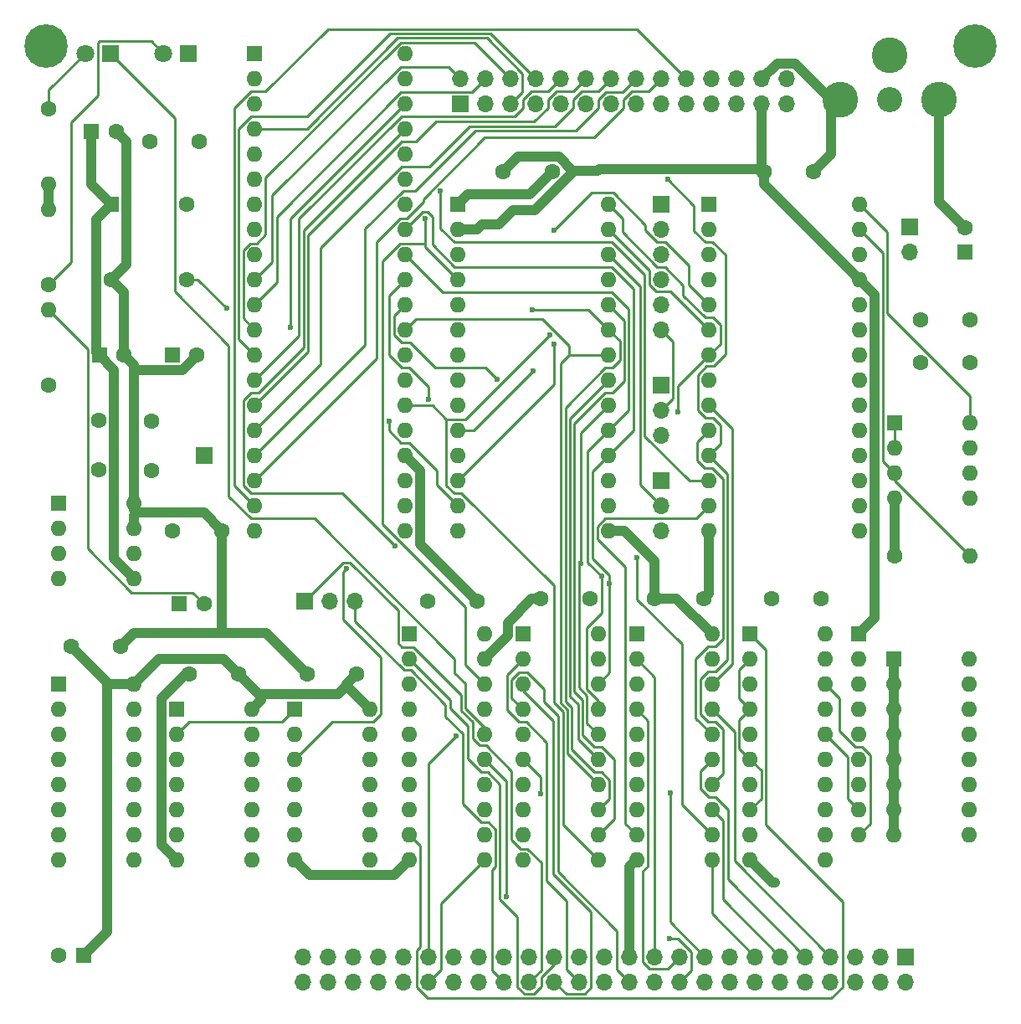
<source format=gbr>
%TF.GenerationSoftware,KiCad,Pcbnew,(6.0.4-0)*%
%TF.CreationDate,2022-09-18T19:18:21-04:00*%
%TF.ProjectId,Z80-6502IO,5a38302d-3635-4303-9249-4f2e6b696361,rev?*%
%TF.SameCoordinates,Original*%
%TF.FileFunction,Copper,L2,Bot*%
%TF.FilePolarity,Positive*%
%FSLAX46Y46*%
G04 Gerber Fmt 4.6, Leading zero omitted, Abs format (unit mm)*
G04 Created by KiCad (PCBNEW (6.0.4-0)) date 2022-09-18 19:18:21*
%MOMM*%
%LPD*%
G01*
G04 APERTURE LIST*
%TA.AperFunction,ComponentPad*%
%ADD10R,1.700000X1.700000*%
%TD*%
%TA.AperFunction,ComponentPad*%
%ADD11C,1.600000*%
%TD*%
%TA.AperFunction,ComponentPad*%
%ADD12O,1.700000X1.700000*%
%TD*%
%TA.AperFunction,ComponentPad*%
%ADD13O,1.600000X1.600000*%
%TD*%
%TA.AperFunction,ComponentPad*%
%ADD14R,1.600000X1.600000*%
%TD*%
%TA.AperFunction,ComponentPad*%
%ADD15C,3.616000*%
%TD*%
%TA.AperFunction,ComponentPad*%
%ADD16C,2.550000*%
%TD*%
%TA.AperFunction,ComponentPad*%
%ADD17C,4.399999*%
%TD*%
%TA.AperFunction,ComponentPad*%
%ADD18C,4.400000*%
%TD*%
%TA.AperFunction,ComponentPad*%
%ADD19C,1.800000*%
%TD*%
%TA.AperFunction,ComponentPad*%
%ADD20R,1.800000X1.800000*%
%TD*%
%TA.AperFunction,ViaPad*%
%ADD21C,0.600000*%
%TD*%
%TA.AperFunction,Conductor*%
%ADD22C,1.000000*%
%TD*%
%TA.AperFunction,Conductor*%
%ADD23C,0.250000*%
%TD*%
G04 APERTURE END LIST*
D10*
%TO.P,P1,1*%
%TO.N,SLAVE_CLK*%
X64008000Y-90424000D03*
%TD*%
D11*
%TO.P,C21,2*%
%TO.N,GND*%
X125650000Y-61722000D03*
%TO.P,C21,1*%
%TO.N,VCC*%
X120650000Y-61722000D03*
%TD*%
%TO.P,C20,2*%
%TO.N,GND*%
X99234000Y-61722000D03*
%TO.P,C20,1*%
%TO.N,VCC*%
X94234000Y-61722000D03*
%TD*%
%TO.P,C19,2*%
%TO.N,GND*%
X65786000Y-98044000D03*
%TO.P,C19,1*%
%TO.N,VCC*%
X60786000Y-98044000D03*
%TD*%
D12*
%TO.P,P5,28*%
%TO.N,N/C*%
X122936000Y-52324000D03*
%TO.P,P5,27*%
X122936000Y-54864000D03*
%TO.P,P5,26*%
%TO.N,GND*%
X120396000Y-52324000D03*
%TO.P,P5,25*%
%TO.N,VCC*%
X120396000Y-54864000D03*
%TO.P,P5,24*%
%TO.N,Net-(P5-Pad24)*%
X117856000Y-52324000D03*
%TO.P,P5,23*%
%TO.N,Net-(P5-Pad23)*%
X117856000Y-54864000D03*
%TO.P,P5,22*%
%TO.N,Net-(P5-Pad22)*%
X115316000Y-52324000D03*
%TO.P,P5,21*%
%TO.N,Net-(P5-Pad21)*%
X115316000Y-54864000D03*
%TO.P,P5,20*%
%TO.N,CB2*%
X112776000Y-52324000D03*
%TO.P,P5,19*%
%TO.N,CA2*%
X112776000Y-54864000D03*
%TO.P,P5,18*%
%TO.N,CB1*%
X110236000Y-52324000D03*
%TO.P,P5,17*%
%TO.N,CA1*%
X110236000Y-54864000D03*
%TO.P,P5,16*%
%TO.N,PB7*%
X107696000Y-52324000D03*
%TO.P,P5,15*%
%TO.N,PA7*%
X107696000Y-54864000D03*
%TO.P,P5,14*%
%TO.N,PB6*%
X105156000Y-52324000D03*
%TO.P,P5,13*%
%TO.N,PA6*%
X105156000Y-54864000D03*
%TO.P,P5,12*%
%TO.N,PB5*%
X102616000Y-52324000D03*
%TO.P,P5,11*%
%TO.N,PA5*%
X102616000Y-54864000D03*
%TO.P,P5,10*%
%TO.N,PB4*%
X100076000Y-52324000D03*
%TO.P,P5,9*%
%TO.N,PA4*%
X100076000Y-54864000D03*
%TO.P,P5,8*%
%TO.N,PB3*%
X97536000Y-52324000D03*
%TO.P,P5,7*%
%TO.N,PA3*%
X97536000Y-54864000D03*
%TO.P,P5,6*%
%TO.N,PB2*%
X94996000Y-52324000D03*
%TO.P,P5,5*%
%TO.N,PA2*%
X94996000Y-54864000D03*
%TO.P,P5,4*%
%TO.N,PB1*%
X92456000Y-52324000D03*
%TO.P,P5,3*%
%TO.N,PA1*%
X92456000Y-54864000D03*
%TO.P,P5,2*%
%TO.N,PB0*%
X89916000Y-52324000D03*
D10*
%TO.P,P5,1*%
%TO.N,PA0*%
X89916000Y-54864000D03*
%TD*%
D11*
%TO.P,C1,2*%
%TO.N,GND*%
X55546000Y-109728000D03*
%TO.P,C1,1*%
%TO.N,VCC*%
X50546000Y-109728000D03*
%TD*%
D13*
%TO.P,U7,20*%
%TO.N,VCC*%
X126850000Y-108460000D03*
%TO.P,U7,10*%
%TO.N,GND*%
X119230000Y-131320000D03*
%TO.P,U7,19*%
%TO.N,BOARD_CS#*%
X126850000Y-111000000D03*
%TO.P,U7,9*%
%TO.N,Net-(RR1-Pad5)*%
X119230000Y-128780000D03*
%TO.P,U7,18*%
%TO.N,Net-(RR1-Pad9)*%
X126850000Y-113540000D03*
%TO.P,U7,8*%
%TO.N,bM1#*%
X119230000Y-126240000D03*
%TO.P,U7,17*%
%TO.N,bA7*%
X126850000Y-116080000D03*
%TO.P,U7,7*%
%TO.N,Net-(RR1-Pad4)*%
X119230000Y-123700000D03*
%TO.P,U7,16*%
%TO.N,Net-(RR1-Pad8)*%
X126850000Y-118620000D03*
%TO.P,U7,6*%
%TO.N,bM1#*%
X119230000Y-121160000D03*
%TO.P,U7,15*%
%TO.N,bA6*%
X126850000Y-121160000D03*
%TO.P,U7,5*%
%TO.N,Net-(RR1-Pad3)*%
X119230000Y-118620000D03*
%TO.P,U7,14*%
%TO.N,Net-(RR1-Pad7)*%
X126850000Y-123700000D03*
%TO.P,U7,4*%
%TO.N,bM1#*%
X119230000Y-116080000D03*
%TO.P,U7,13*%
X126850000Y-126240000D03*
%TO.P,U7,3*%
%TO.N,Net-(RR1-Pad2)*%
X119230000Y-113540000D03*
%TO.P,U7,12*%
%TO.N,Net-(RR1-Pad6)*%
X126850000Y-128780000D03*
%TO.P,U7,2*%
%TO.N,bM1#*%
X119230000Y-111000000D03*
%TO.P,U7,11*%
X126850000Y-131320000D03*
D14*
%TO.P,U7,1*%
%TO.N,/688SEL#*%
X119230000Y-108460000D03*
%TD*%
D13*
%TO.P,U12,8*%
%TO.N,+12V*%
X141478000Y-87122000D03*
%TO.P,U12,4*%
%TO.N,GND*%
X133858000Y-94742000D03*
%TO.P,U12,7*%
%TO.N,N/C*%
X141478000Y-89662000D03*
%TO.P,U12,3*%
%TO.N,Net-(R3-Pad2)*%
X133858000Y-92202000D03*
%TO.P,U12,6*%
%TO.N,N/C*%
X141478000Y-92202000D03*
%TO.P,U12,2*%
%TO.N,Net-(C18-Pad1)*%
X133858000Y-89662000D03*
%TO.P,U12,5*%
%TO.N,N/C*%
X141478000Y-94742000D03*
D14*
%TO.P,U12,1*%
%TO.N,Net-(C18-Pad1)*%
X133858000Y-87122000D03*
%TD*%
D13*
%TO.P,U11,8*%
%TO.N,GND*%
X56896000Y-95250000D03*
%TO.P,U11,4*%
%TO.N,Net-(C13-Pad1)*%
X49276000Y-102870000D03*
%TO.P,U11,7*%
%TO.N,GND*%
X56896000Y-97790000D03*
%TO.P,U11,3*%
%TO.N,Net-(C13-Pad2)*%
X49276000Y-100330000D03*
%TO.P,U11,6*%
%TO.N,+12V*%
X56896000Y-100330000D03*
%TO.P,U11,2*%
%TO.N,Net-(C12-Pad1)*%
X49276000Y-97790000D03*
%TO.P,U11,5*%
%TO.N,VCC*%
X56896000Y-102870000D03*
D14*
%TO.P,U11,1*%
%TO.N,Net-(C12-Pad2)*%
X49276000Y-95250000D03*
%TD*%
D13*
%TO.P,U10,28*%
%TO.N,+12V*%
X130302000Y-65024000D03*
%TO.P,U10,14*%
%TO.N,GND*%
X115062000Y-98044000D03*
%TO.P,U10,27*%
%TO.N,Net-(R3-Pad2)*%
X130302000Y-67564000D03*
%TO.P,U10,13*%
%TO.N,bA4*%
X115062000Y-95504000D03*
%TO.P,U10,26*%
%TO.N,Net-(U10-Pad26)*%
X130302000Y-70104000D03*
%TO.P,U10,12*%
%TO.N,bA3*%
X115062000Y-92964000D03*
%TO.P,U10,25*%
%TO.N,VCC*%
X130302000Y-72644000D03*
%TO.P,U10,11*%
%TO.N,bA2*%
X115062000Y-90424000D03*
%TO.P,U10,24*%
%TO.N,Net-(U10-Pad24)*%
X130302000Y-75184000D03*
%TO.P,U10,10*%
%TO.N,bA1*%
X115062000Y-87884000D03*
%TO.P,U10,23*%
%TO.N,Net-(U10-Pad23)*%
X130302000Y-77724000D03*
%TO.P,U10,9*%
%TO.N,bA0*%
X115062000Y-85344000D03*
%TO.P,U10,22*%
%TO.N,bD7*%
X130302000Y-80264000D03*
%TO.P,U10,8*%
%TO.N,CS_SID#*%
X115062000Y-82804000D03*
%TO.P,U10,21*%
%TO.N,bD6*%
X130302000Y-82804000D03*
%TO.P,U10,7*%
%TO.N,bRW#*%
X115062000Y-80264000D03*
%TO.P,U10,20*%
%TO.N,bD5*%
X130302000Y-85344000D03*
%TO.P,U10,6*%
%TO.N,SLAVE_CLK*%
X115062000Y-77724000D03*
%TO.P,U10,19*%
%TO.N,bD4*%
X130302000Y-87884000D03*
%TO.P,U10,5*%
%TO.N,bRESET#*%
X115062000Y-75184000D03*
%TO.P,U10,18*%
%TO.N,bD3*%
X130302000Y-90424000D03*
%TO.P,U10,4*%
%TO.N,Net-(C16-Pad2)*%
X115062000Y-72644000D03*
%TO.P,U10,17*%
%TO.N,bD2*%
X130302000Y-92964000D03*
%TO.P,U10,3*%
%TO.N,Net-(C16-Pad1)*%
X115062000Y-70104000D03*
%TO.P,U10,16*%
%TO.N,bD1*%
X130302000Y-95504000D03*
%TO.P,U10,2*%
%TO.N,Net-(C15-Pad2)*%
X115062000Y-67564000D03*
%TO.P,U10,15*%
%TO.N,bD0*%
X130302000Y-98044000D03*
D14*
%TO.P,U10,1*%
%TO.N,Net-(C15-Pad1)*%
X115062000Y-65024000D03*
%TD*%
D13*
%TO.P,U9,40*%
%TO.N,CA1*%
X84328000Y-49784000D03*
%TO.P,U9,20*%
%TO.N,VCC*%
X69088000Y-98044000D03*
%TO.P,U9,39*%
%TO.N,CA2*%
X84328000Y-52324000D03*
%TO.P,U9,19*%
%TO.N,CB2*%
X69088000Y-95504000D03*
%TO.P,U9,38*%
%TO.N,bA0*%
X84328000Y-54864000D03*
%TO.P,U9,18*%
%TO.N,CB1*%
X69088000Y-92964000D03*
%TO.P,U9,37*%
%TO.N,bA1*%
X84328000Y-57404000D03*
%TO.P,U9,17*%
%TO.N,PB7*%
X69088000Y-90424000D03*
%TO.P,U9,36*%
%TO.N,bA2*%
X84328000Y-59944000D03*
%TO.P,U9,16*%
%TO.N,PB6*%
X69088000Y-87884000D03*
%TO.P,U9,35*%
%TO.N,bA3*%
X84328000Y-62484000D03*
%TO.P,U9,15*%
%TO.N,PB5*%
X69088000Y-85344000D03*
%TO.P,U9,34*%
%TO.N,bRESET#*%
X84328000Y-65024000D03*
%TO.P,U9,14*%
%TO.N,PB4*%
X69088000Y-82804000D03*
%TO.P,U9,33*%
%TO.N,bD0*%
X84328000Y-67564000D03*
%TO.P,U9,13*%
%TO.N,PB3*%
X69088000Y-80264000D03*
%TO.P,U9,32*%
%TO.N,bD1*%
X84328000Y-70104000D03*
%TO.P,U9,12*%
%TO.N,PB2*%
X69088000Y-77724000D03*
%TO.P,U9,31*%
%TO.N,bD2*%
X84328000Y-72644000D03*
%TO.P,U9,11*%
%TO.N,PB1*%
X69088000Y-75184000D03*
%TO.P,U9,30*%
%TO.N,bD3*%
X84328000Y-75184000D03*
%TO.P,U9,10*%
%TO.N,PB0*%
X69088000Y-72644000D03*
%TO.P,U9,29*%
%TO.N,bD4*%
X84328000Y-77724000D03*
%TO.P,U9,9*%
%TO.N,PA7*%
X69088000Y-70104000D03*
%TO.P,U9,28*%
%TO.N,bD5*%
X84328000Y-80264000D03*
%TO.P,U9,8*%
%TO.N,PA6*%
X69088000Y-67564000D03*
%TO.P,U9,27*%
%TO.N,bD6*%
X84328000Y-82804000D03*
%TO.P,U9,7*%
%TO.N,PA5*%
X69088000Y-65024000D03*
%TO.P,U9,26*%
%TO.N,bD7*%
X84328000Y-85344000D03*
%TO.P,U9,6*%
%TO.N,PA4*%
X69088000Y-62484000D03*
%TO.P,U9,25*%
%TO.N,SLAVE_CLK*%
X84328000Y-87884000D03*
%TO.P,U9,5*%
%TO.N,PA3*%
X69088000Y-59944000D03*
%TO.P,U9,24*%
%TO.N,VCC*%
X84328000Y-90424000D03*
%TO.P,U9,4*%
%TO.N,PA2*%
X69088000Y-57404000D03*
%TO.P,U9,23*%
%TO.N,CS_VIA1#*%
X84328000Y-92964000D03*
%TO.P,U9,3*%
%TO.N,PA1*%
X69088000Y-54864000D03*
%TO.P,U9,22*%
%TO.N,bRW#*%
X84328000Y-95504000D03*
%TO.P,U9,2*%
%TO.N,PA0*%
X69088000Y-52324000D03*
%TO.P,U9,21*%
%TO.N,IRQV#*%
X84328000Y-98044000D03*
D14*
%TO.P,U9,1*%
%TO.N,GND*%
X69088000Y-49784000D03*
%TD*%
D13*
%TO.P,U8,28*%
%TO.N,bRW#*%
X104902000Y-65024000D03*
%TO.P,U8,14*%
%TO.N,bA1*%
X89662000Y-98044000D03*
%TO.P,U8,27*%
%TO.N,SLAVE_CLK*%
X104902000Y-67564000D03*
%TO.P,U8,13*%
%TO.N,bA0*%
X89662000Y-95504000D03*
%TO.P,U8,26*%
%TO.N,IRQA#*%
X104902000Y-70104000D03*
%TO.P,U8,12*%
%TO.N,RxD*%
X89662000Y-92964000D03*
%TO.P,U8,25*%
%TO.N,bD7*%
X104902000Y-72644000D03*
%TO.P,U8,11*%
%TO.N,Net-(U8-Pad11)*%
X89662000Y-90424000D03*
%TO.P,U8,24*%
%TO.N,bD6*%
X104902000Y-75184000D03*
%TO.P,U8,10*%
%TO.N,TxD*%
X89662000Y-87884000D03*
%TO.P,U8,23*%
%TO.N,bD5*%
X104902000Y-77724000D03*
%TO.P,U8,9*%
%TO.N,CTS*%
X89662000Y-85344000D03*
%TO.P,U8,22*%
%TO.N,bD4*%
X104902000Y-80264000D03*
%TO.P,U8,8*%
%TO.N,RTS*%
X89662000Y-82804000D03*
%TO.P,U8,21*%
%TO.N,bD3*%
X104902000Y-82804000D03*
%TO.P,U8,7*%
%TO.N,Net-(U8-Pad7)*%
X89662000Y-80264000D03*
%TO.P,U8,20*%
%TO.N,bD2*%
X104902000Y-85344000D03*
%TO.P,U8,6*%
%TO.N,Net-(U8-Pad6)*%
X89662000Y-77724000D03*
%TO.P,U8,19*%
%TO.N,bD1*%
X104902000Y-87884000D03*
%TO.P,U8,5*%
%TO.N,Net-(U8-Pad5)*%
X89662000Y-75184000D03*
%TO.P,U8,18*%
%TO.N,bD0*%
X104902000Y-90424000D03*
%TO.P,U8,4*%
%TO.N,bRESET#*%
X89662000Y-72644000D03*
%TO.P,U8,17*%
%TO.N,DSR*%
X104902000Y-92964000D03*
%TO.P,U8,3*%
%TO.N,CS_ACIA1#*%
X89662000Y-70104000D03*
%TO.P,U8,16*%
%TO.N,Net-(U8-Pad16)*%
X104902000Y-95504000D03*
%TO.P,U8,2*%
%TO.N,VCC*%
X89662000Y-67564000D03*
%TO.P,U8,15*%
X104902000Y-98044000D03*
D14*
%TO.P,U8,1*%
%TO.N,GND*%
X89662000Y-65024000D03*
%TD*%
D13*
%TO.P,U6,16*%
%TO.N,VCC*%
X56896000Y-113538000D03*
%TO.P,U6,8*%
%TO.N,GND*%
X49276000Y-131318000D03*
%TO.P,U6,15*%
%TO.N,N/C*%
X56896000Y-116078000D03*
%TO.P,U6,7*%
%TO.N,CS_SID#*%
X49276000Y-128778000D03*
%TO.P,U6,14*%
%TO.N,N/C*%
X56896000Y-118618000D03*
%TO.P,U6,6*%
%TO.N,CS_ACIA1#*%
X49276000Y-126238000D03*
%TO.P,U6,13*%
%TO.N,N/C*%
X56896000Y-121158000D03*
%TO.P,U6,5*%
%TO.N,Net-(U6-Pad5)*%
X49276000Y-123698000D03*
%TO.P,U6,12*%
%TO.N,N/C*%
X56896000Y-123698000D03*
%TO.P,U6,4*%
%TO.N,CS_VIA1#*%
X49276000Y-121158000D03*
%TO.P,U6,11*%
%TO.N,N/C*%
X56896000Y-126238000D03*
%TO.P,U6,3*%
%TO.N,bA5*%
X49276000Y-118618000D03*
%TO.P,U6,10*%
%TO.N,N/C*%
X56896000Y-128778000D03*
%TO.P,U6,2*%
%TO.N,bA4*%
X49276000Y-116078000D03*
%TO.P,U6,9*%
%TO.N,N/C*%
X56896000Y-131318000D03*
D14*
%TO.P,U6,1*%
%TO.N,BOARD_CS#*%
X49276000Y-113538000D03*
%TD*%
D13*
%TO.P,U5,14*%
%TO.N,VCC*%
X80772000Y-116078000D03*
%TO.P,U5,7*%
%TO.N,GND*%
X73152000Y-131318000D03*
%TO.P,U5,13*%
%TO.N,N/C*%
X80772000Y-118618000D03*
%TO.P,U5,6*%
X73152000Y-128778000D03*
%TO.P,U5,12*%
X80772000Y-121158000D03*
%TO.P,U5,5*%
X73152000Y-126238000D03*
%TO.P,U5,11*%
X80772000Y-123698000D03*
%TO.P,U5,4*%
X73152000Y-123698000D03*
%TO.P,U5,10*%
X80772000Y-126238000D03*
%TO.P,U5,3*%
%TO.N,bRW#*%
X73152000Y-121158000D03*
%TO.P,U5,9*%
%TO.N,N/C*%
X80772000Y-128778000D03*
%TO.P,U5,2*%
%TO.N,bWR#*%
X73152000Y-118618000D03*
%TO.P,U5,8*%
%TO.N,N/C*%
X80772000Y-131318000D03*
D14*
%TO.P,U5,1*%
%TO.N,Net-(U4-Pad2)*%
X73152000Y-116078000D03*
%TD*%
D13*
%TO.P,U4,14*%
%TO.N,VCC*%
X68834000Y-116078000D03*
%TO.P,U4,7*%
%TO.N,GND*%
X61214000Y-131318000D03*
%TO.P,U4,13*%
%TO.N,N/C*%
X68834000Y-118618000D03*
%TO.P,U4,6*%
X61214000Y-128778000D03*
%TO.P,U4,12*%
X68834000Y-121158000D03*
%TO.P,U4,5*%
X61214000Y-126238000D03*
%TO.P,U4,11*%
X68834000Y-123698000D03*
%TO.P,U4,4*%
X61214000Y-123698000D03*
%TO.P,U4,10*%
X68834000Y-126238000D03*
%TO.P,U4,3*%
X61214000Y-121158000D03*
%TO.P,U4,9*%
X68834000Y-128778000D03*
%TO.P,U4,2*%
%TO.N,Net-(U4-Pad2)*%
X61214000Y-118618000D03*
%TO.P,U4,8*%
%TO.N,N/C*%
X68834000Y-131318000D03*
D14*
%TO.P,U4,1*%
%TO.N,bRD#*%
X61214000Y-116078000D03*
%TD*%
D12*
%TO.P,P4,2*%
%TO.N,VCC*%
X135382000Y-69850000D03*
D10*
%TO.P,P4,1*%
%TO.N,Net-(P3-Pad3)*%
X135382000Y-67310000D03*
%TD*%
D12*
%TO.P,P3,6*%
%TO.N,Net-(K3-Pad2)*%
X110236000Y-77724000D03*
%TO.P,P3,5*%
%TO.N,TxD*%
X110236000Y-75184000D03*
%TO.P,P3,4*%
%TO.N,RxD*%
X110236000Y-72644000D03*
%TO.P,P3,3*%
%TO.N,Net-(P3-Pad3)*%
X110236000Y-70104000D03*
%TO.P,P3,2*%
%TO.N,RTS*%
X110236000Y-67564000D03*
D10*
%TO.P,P3,1*%
%TO.N,GND*%
X110236000Y-65024000D03*
%TD*%
D11*
%TO.P,X1,4*%
%TO.N,GND*%
X54610000Y-72644000D03*
%TO.P,X1,5*%
%TO.N,Net-(U8-Pad6)*%
X62230000Y-72644000D03*
%TO.P,X1,8*%
%TO.N,VCC*%
X62230000Y-65024000D03*
D14*
%TO.P,X1,1*%
X54610000Y-65024000D03*
%TD*%
D13*
%TO.P,R3,2*%
%TO.N,Net-(R3-Pad2)*%
X141478000Y-100584000D03*
D11*
%TO.P,R3,1*%
%TO.N,GND*%
X133858000Y-100584000D03*
%TD*%
D12*
%TO.P,P2,50*%
%TO.N,SPARE4*%
X74016000Y-143662000D03*
%TO.P,P2,49*%
%TO.N,SPARE5*%
X74016000Y-141122000D03*
%TO.P,P2,48*%
%TO.N,SPARE3*%
X76556000Y-143662000D03*
%TO.P,P2,47*%
%TO.N,SPARE6*%
X76556000Y-141122000D03*
%TO.P,P2,46*%
%TO.N,SPARE2*%
X79096000Y-143662000D03*
%TO.P,P2,45*%
%TO.N,SPARE7*%
X79096000Y-141122000D03*
%TO.P,P2,44*%
%TO.N,SPARE1*%
X81636000Y-143662000D03*
%TO.P,P2,43*%
%TO.N,SPARE8*%
X81636000Y-141122000D03*
%TO.P,P2,42*%
%TO.N,SPARE0*%
X84176000Y-143662000D03*
%TO.P,P2,41*%
%TO.N,SPARE9*%
X84176000Y-141122000D03*
%TO.P,P2,40*%
%TO.N,IORQ#*%
X86716000Y-143662000D03*
%TO.P,P2,39*%
%TO.N,RD#*%
X86716000Y-141122000D03*
%TO.P,P2,38*%
%TO.N,MREQ#*%
X89256000Y-143662000D03*
%TO.P,P2,37*%
%TO.N,WR#*%
X89256000Y-141122000D03*
%TO.P,P2,36*%
%TO.N,HALT#*%
X91796000Y-143662000D03*
%TO.P,P2,35*%
%TO.N,BUSACK#*%
X91796000Y-141122000D03*
%TO.P,P2,34*%
%TO.N,NMI#*%
X94336000Y-143662000D03*
%TO.P,P2,33*%
%TO.N,WAIT#*%
X94336000Y-141122000D03*
%TO.P,P2,32*%
%TO.N,INT#*%
X96876000Y-143662000D03*
%TO.P,P2,31*%
%TO.N,BUSRQ#*%
X96876000Y-141122000D03*
%TO.P,P2,30*%
%TO.N,D1*%
X99416000Y-143662000D03*
%TO.P,P2,29*%
%TO.N,RESET#*%
X99416000Y-141122000D03*
%TO.P,P2,28*%
%TO.N,D0*%
X101956000Y-143662000D03*
%TO.P,P2,27*%
%TO.N,M1#*%
X101956000Y-141122000D03*
%TO.P,P2,26*%
%TO.N,D7*%
X104496000Y-143662000D03*
%TO.P,P2,25*%
%TO.N,RFSH#*%
X104496000Y-141122000D03*
%TO.P,P2,24*%
%TO.N,D2*%
X107036000Y-143662000D03*
%TO.P,P2,23*%
%TO.N,GND*%
X107036000Y-141122000D03*
%TO.P,P2,22*%
%TO.N,VCC*%
X109576000Y-143662000D03*
%TO.P,P2,21*%
%TO.N,A0*%
X109576000Y-141122000D03*
%TO.P,P2,20*%
%TO.N,D6*%
X112116000Y-143662000D03*
%TO.P,P2,19*%
%TO.N,A1*%
X112116000Y-141122000D03*
%TO.P,P2,18*%
%TO.N,D5*%
X114656000Y-143662000D03*
%TO.P,P2,17*%
%TO.N,A2*%
X114656000Y-141122000D03*
%TO.P,P2,16*%
%TO.N,D3*%
X117196000Y-143662000D03*
%TO.P,P2,15*%
%TO.N,A3*%
X117196000Y-141122000D03*
%TO.P,P2,14*%
%TO.N,D4*%
X119736000Y-143662000D03*
%TO.P,P2,13*%
%TO.N,A4*%
X119736000Y-141122000D03*
%TO.P,P2,12*%
%TO.N,CLK*%
X122276000Y-143662000D03*
%TO.P,P2,11*%
%TO.N,A5*%
X122276000Y-141122000D03*
%TO.P,P2,10*%
%TO.N,A15*%
X124816000Y-143662000D03*
%TO.P,P2,9*%
%TO.N,A6*%
X124816000Y-141122000D03*
%TO.P,P2,8*%
%TO.N,A14*%
X127356000Y-143662000D03*
%TO.P,P2,7*%
%TO.N,A7*%
X127356000Y-141122000D03*
%TO.P,P2,6*%
%TO.N,A13*%
X129896000Y-143662000D03*
%TO.P,P2,5*%
%TO.N,A8*%
X129896000Y-141122000D03*
%TO.P,P2,4*%
%TO.N,A12*%
X132436000Y-143662000D03*
%TO.P,P2,3*%
%TO.N,A9*%
X132436000Y-141122000D03*
%TO.P,P2,2*%
%TO.N,A11*%
X134976000Y-143662000D03*
D10*
%TO.P,P2,1*%
%TO.N,A10*%
X134976000Y-141122000D03*
%TD*%
D12*
%TO.P,K3,3*%
%TO.N,DSR*%
X110236000Y-88392000D03*
%TO.P,K3,2*%
%TO.N,Net-(K3-Pad2)*%
X110236000Y-85852000D03*
D10*
%TO.P,K3,1*%
%TO.N,CTS*%
X110236000Y-83312000D03*
%TD*%
D15*
%TO.P,J1,1C*%
%TO.N,GND*%
X133350000Y-49964000D03*
%TO.P,J1,1B*%
X128350000Y-54464000D03*
%TO.P,J1,1A*%
X138350000Y-54464000D03*
D16*
%TO.P,J1,2*%
%TO.N,Net-(C18-Pad2)*%
X133350000Y-54464000D03*
%TD*%
D11*
%TO.P,C18,2*%
%TO.N,Net-(C18-Pad2)*%
X63968000Y-105410000D03*
D14*
%TO.P,C18,1*%
%TO.N,Net-(C18-Pad1)*%
X61468000Y-105410000D03*
%TD*%
D11*
%TO.P,C17,2*%
%TO.N,GND*%
X55880000Y-80264000D03*
D14*
%TO.P,C17,1*%
%TO.N,VCC*%
X53380000Y-80264000D03*
%TD*%
D11*
%TO.P,C16,2*%
%TO.N,Net-(C16-Pad2)*%
X141478000Y-81026000D03*
%TO.P,C16,1*%
%TO.N,Net-(C16-Pad1)*%
X136478000Y-81026000D03*
%TD*%
%TO.P,C15,2*%
%TO.N,Net-(C15-Pad2)*%
X141478000Y-76708000D03*
%TO.P,C15,1*%
%TO.N,Net-(C15-Pad1)*%
X136478000Y-76708000D03*
%TD*%
%TO.P,C14,2*%
%TO.N,GND*%
X63246000Y-80264000D03*
D14*
%TO.P,C14,1*%
%TO.N,+12V*%
X60746000Y-80264000D03*
%TD*%
D11*
%TO.P,C13,2*%
%TO.N,Net-(C13-Pad2)*%
X58674000Y-86948000D03*
%TO.P,C13,1*%
%TO.N,Net-(C13-Pad1)*%
X58674000Y-91948000D03*
%TD*%
%TO.P,C12,2*%
%TO.N,Net-(C12-Pad2)*%
X53340000Y-86868000D03*
%TO.P,C12,1*%
%TO.N,Net-(C12-Pad1)*%
X53340000Y-91868000D03*
%TD*%
%TO.P,C11,2*%
%TO.N,GND*%
X55078000Y-57658000D03*
D14*
%TO.P,C11,1*%
%TO.N,VCC*%
X52578000Y-57658000D03*
%TD*%
D11*
%TO.P,C8,2*%
%TO.N,GND*%
X63500000Y-58674000D03*
%TO.P,C8,1*%
%TO.N,VCC*%
X58500000Y-58674000D03*
%TD*%
%TO.P,C7,2*%
%TO.N,GND*%
X126412000Y-104902000D03*
%TO.P,C7,1*%
%TO.N,VCC*%
X121412000Y-104902000D03*
%TD*%
%TO.P,C6,2*%
%TO.N,GND*%
X114554000Y-104902000D03*
%TO.P,C6,1*%
%TO.N,VCC*%
X109554000Y-104902000D03*
%TD*%
%TO.P,C10,2*%
%TO.N,GND*%
X140970000Y-67350000D03*
D14*
%TO.P,C10,1*%
%TO.N,VCC*%
X140970000Y-69850000D03*
%TD*%
D11*
%TO.P,C9,2*%
%TO.N,GND*%
X49276000Y-140970000D03*
D14*
%TO.P,C9,1*%
%TO.N,VCC*%
X51776000Y-140970000D03*
%TD*%
D13*
%TO.P,U3,20*%
%TO.N,VCC*%
X92350000Y-108460000D03*
%TO.P,U3,10*%
%TO.N,GND*%
X84730000Y-131320000D03*
%TO.P,U3,19*%
X92350000Y-111000000D03*
%TO.P,U3,9*%
%TO.N,/688SEL#*%
X84730000Y-128780000D03*
%TO.P,U3,18*%
%TO.N,bRESET#*%
X92350000Y-113540000D03*
%TO.P,U3,8*%
%TO.N,Net-(U3-Pad8)*%
X84730000Y-126240000D03*
%TO.P,U3,17*%
%TO.N,RD#*%
X92350000Y-116080000D03*
%TO.P,U3,7*%
%TO.N,bM1#*%
X84730000Y-123700000D03*
%TO.P,U3,16*%
%TO.N,Net-(D1-Pad1)*%
X92350000Y-118620000D03*
%TO.P,U3,6*%
%TO.N,Net-(U3-Pad6)*%
X84730000Y-121160000D03*
%TO.P,U3,15*%
%TO.N,WR#*%
X92350000Y-121160000D03*
%TO.P,U3,5*%
%TO.N,bWR#*%
X84730000Y-118620000D03*
%TO.P,U3,14*%
%TO.N,Net-(U3-Pad14)*%
X92350000Y-123700000D03*
%TO.P,U3,4*%
%TO.N,BOARD_CS#*%
X84730000Y-116080000D03*
%TO.P,U3,13*%
%TO.N,M1#*%
X92350000Y-126240000D03*
%TO.P,U3,3*%
%TO.N,bRD#*%
X84730000Y-113540000D03*
%TO.P,U3,12*%
%TO.N,Net-(U3-Pad12)*%
X92350000Y-128780000D03*
%TO.P,U3,2*%
%TO.N,RESET#*%
X84730000Y-111000000D03*
%TO.P,U3,11*%
%TO.N,IORQ#*%
X92350000Y-131320000D03*
D14*
%TO.P,U3,1*%
%TO.N,GND*%
X84730000Y-108460000D03*
%TD*%
D13*
%TO.P,U2,20*%
%TO.N,VCC*%
X103850000Y-108460000D03*
%TO.P,U2,10*%
%TO.N,GND*%
X96230000Y-131320000D03*
%TO.P,U2,19*%
%TO.N,BOARD_CS#*%
X103850000Y-111000000D03*
%TO.P,U2,9*%
%TO.N,D7*%
X96230000Y-128780000D03*
%TO.P,U2,18*%
%TO.N,bD0*%
X103850000Y-113540000D03*
%TO.P,U2,8*%
%TO.N,D6*%
X96230000Y-126240000D03*
%TO.P,U2,17*%
%TO.N,bD1*%
X103850000Y-116080000D03*
%TO.P,U2,7*%
%TO.N,D5*%
X96230000Y-123700000D03*
%TO.P,U2,16*%
%TO.N,bD2*%
X103850000Y-118620000D03*
%TO.P,U2,6*%
%TO.N,D4*%
X96230000Y-121160000D03*
%TO.P,U2,15*%
%TO.N,bD3*%
X103850000Y-121160000D03*
%TO.P,U2,5*%
%TO.N,D3*%
X96230000Y-118620000D03*
%TO.P,U2,14*%
%TO.N,bD4*%
X103850000Y-123700000D03*
%TO.P,U2,4*%
%TO.N,D2*%
X96230000Y-116080000D03*
%TO.P,U2,13*%
%TO.N,bD5*%
X103850000Y-126240000D03*
%TO.P,U2,3*%
%TO.N,D1*%
X96230000Y-113540000D03*
%TO.P,U2,12*%
%TO.N,bD6*%
X103850000Y-128780000D03*
%TO.P,U2,2*%
%TO.N,D0*%
X96230000Y-111000000D03*
%TO.P,U2,11*%
%TO.N,bD7*%
X103850000Y-131320000D03*
D14*
%TO.P,U2,1*%
%TO.N,RD#*%
X96230000Y-108460000D03*
%TD*%
D13*
%TO.P,U1,20*%
%TO.N,VCC*%
X115350000Y-108460000D03*
%TO.P,U1,10*%
%TO.N,GND*%
X107730000Y-131320000D03*
%TO.P,U1,19*%
X115350000Y-111000000D03*
%TO.P,U1,9*%
%TO.N,bA4*%
X107730000Y-128780000D03*
%TO.P,U1,18*%
%TO.N,bA0*%
X115350000Y-113540000D03*
%TO.P,U1,8*%
%TO.N,A3*%
X107730000Y-126240000D03*
%TO.P,U1,17*%
%TO.N,A7*%
X115350000Y-116080000D03*
%TO.P,U1,7*%
%TO.N,bA5*%
X107730000Y-123700000D03*
%TO.P,U1,16*%
%TO.N,bA1*%
X115350000Y-118620000D03*
%TO.P,U1,6*%
%TO.N,A2*%
X107730000Y-121160000D03*
%TO.P,U1,15*%
%TO.N,A6*%
X115350000Y-121160000D03*
%TO.P,U1,5*%
%TO.N,bA6*%
X107730000Y-118620000D03*
%TO.P,U1,14*%
%TO.N,bA2*%
X115350000Y-123700000D03*
%TO.P,U1,4*%
%TO.N,A1*%
X107730000Y-116080000D03*
%TO.P,U1,13*%
%TO.N,A5*%
X115350000Y-126240000D03*
%TO.P,U1,3*%
%TO.N,bA7*%
X107730000Y-113540000D03*
%TO.P,U1,12*%
%TO.N,bA3*%
X115350000Y-128780000D03*
%TO.P,U1,2*%
%TO.N,A0*%
X107730000Y-111000000D03*
%TO.P,U1,11*%
%TO.N,A4*%
X115350000Y-131320000D03*
D14*
%TO.P,U1,1*%
%TO.N,GND*%
X107730000Y-108460000D03*
%TD*%
D13*
%TO.P,SW1,16*%
%TO.N,Net-(RR1-Pad9)*%
X141350000Y-110960000D03*
%TO.P,SW1,8*%
%TO.N,GND*%
X133730000Y-128740000D03*
%TO.P,SW1,15*%
%TO.N,Net-(RR1-Pad8)*%
X141350000Y-113500000D03*
%TO.P,SW1,7*%
%TO.N,GND*%
X133730000Y-126200000D03*
%TO.P,SW1,14*%
%TO.N,Net-(SW1-Pad14)*%
X141350000Y-116040000D03*
%TO.P,SW1,6*%
%TO.N,GND*%
X133730000Y-123660000D03*
%TO.P,SW1,13*%
%TO.N,Net-(SW1-Pad13)*%
X141350000Y-118580000D03*
%TO.P,SW1,5*%
%TO.N,GND*%
X133730000Y-121120000D03*
%TO.P,SW1,12*%
%TO.N,Net-(SW1-Pad12)*%
X141350000Y-121120000D03*
%TO.P,SW1,4*%
%TO.N,GND*%
X133730000Y-118580000D03*
%TO.P,SW1,11*%
%TO.N,Net-(SW1-Pad11)*%
X141350000Y-123660000D03*
%TO.P,SW1,3*%
%TO.N,GND*%
X133730000Y-116040000D03*
%TO.P,SW1,10*%
%TO.N,Net-(SW1-Pad10)*%
X141350000Y-126200000D03*
%TO.P,SW1,2*%
%TO.N,GND*%
X133730000Y-113500000D03*
%TO.P,SW1,9*%
%TO.N,Net-(SW1-Pad9)*%
X141350000Y-128740000D03*
D14*
%TO.P,SW1,1*%
%TO.N,GND*%
X133730000Y-110960000D03*
%TD*%
D13*
%TO.P,RR1,9*%
%TO.N,Net-(RR1-Pad9)*%
X130230000Y-128780000D03*
%TO.P,RR1,8*%
%TO.N,Net-(RR1-Pad8)*%
X130230000Y-126240000D03*
%TO.P,RR1,7*%
%TO.N,Net-(RR1-Pad7)*%
X130230000Y-123700000D03*
%TO.P,RR1,6*%
%TO.N,Net-(RR1-Pad6)*%
X130230000Y-121160000D03*
%TO.P,RR1,5*%
%TO.N,Net-(RR1-Pad5)*%
X130230000Y-118620000D03*
%TO.P,RR1,4*%
%TO.N,Net-(RR1-Pad4)*%
X130230000Y-116080000D03*
%TO.P,RR1,3*%
%TO.N,Net-(RR1-Pad3)*%
X130230000Y-113540000D03*
%TO.P,RR1,2*%
%TO.N,Net-(RR1-Pad2)*%
X130230000Y-111000000D03*
D14*
%TO.P,RR1,1*%
%TO.N,VCC*%
X130230000Y-108460000D03*
%TD*%
D13*
%TO.P,R4,2*%
%TO.N,Net-(C18-Pad2)*%
X48260000Y-75692000D03*
D11*
%TO.P,R4,1*%
%TO.N,GND*%
X48260000Y-83312000D03*
%TD*%
D13*
%TO.P,R2,2*%
%TO.N,VCC*%
X48260000Y-65532000D03*
D11*
%TO.P,R2,1*%
%TO.N,Net-(D2-Pad2)*%
X48260000Y-73152000D03*
%TD*%
D13*
%TO.P,R1,2*%
%TO.N,VCC*%
X48260000Y-62992000D03*
D11*
%TO.P,R1,1*%
%TO.N,Net-(D1-Pad2)*%
X48260000Y-55372000D03*
%TD*%
D17*
%TO.P,H2,1*%
%TO.N,GND*%
X142000000Y-49000000D03*
%TD*%
D18*
%TO.P,H1,1*%
%TO.N,GND*%
X48000000Y-49000000D03*
%TD*%
D19*
%TO.P,D2,2*%
%TO.N,Net-(D2-Pad2)*%
X59888000Y-49750000D03*
D20*
%TO.P,D2,1*%
%TO.N,GND*%
X62428000Y-49750000D03*
%TD*%
D19*
%TO.P,D1,2*%
%TO.N,Net-(D1-Pad2)*%
X51960000Y-49750000D03*
D20*
%TO.P,D1,1*%
%TO.N,Net-(D1-Pad1)*%
X54500000Y-49750000D03*
%TD*%
D11*
%TO.P,C2,2*%
%TO.N,GND*%
X62484000Y-112522000D03*
%TO.P,C2,1*%
%TO.N,VCC*%
X67484000Y-112522000D03*
%TD*%
%TO.P,C5,1*%
%TO.N,VCC*%
X103044000Y-104902000D03*
%TO.P,C5,2*%
%TO.N,GND*%
X98044000Y-104902000D03*
%TD*%
%TO.P,C3,1*%
%TO.N,VCC*%
X79422000Y-112522000D03*
%TO.P,C3,2*%
%TO.N,GND*%
X74422000Y-112522000D03*
%TD*%
%TO.P,C4,2*%
%TO.N,GND*%
X86614000Y-105156000D03*
%TO.P,C4,1*%
%TO.N,VCC*%
X91614000Y-105156000D03*
%TD*%
D12*
%TO.P,K1,3*%
%TO.N,NMI#*%
X79248000Y-105156000D03*
%TO.P,K1,2*%
%TO.N,IRQV#*%
X76708000Y-105156000D03*
D10*
%TO.P,K1,1*%
%TO.N,INT#*%
X74168000Y-105156000D03*
%TD*%
%TO.P,K2,1*%
%TO.N,INT#*%
X110236000Y-92964000D03*
D12*
%TO.P,K2,2*%
%TO.N,IRQA#*%
X110236000Y-95504000D03*
%TO.P,K2,3*%
%TO.N,NMI#*%
X110236000Y-98044000D03*
%TD*%
D21*
%TO.N,GND*%
X121749200Y-133562700D03*
%TO.N,RD#*%
X89483000Y-118793000D03*
%TO.N,WR#*%
X94525800Y-135012600D03*
%TO.N,D6*%
X111057000Y-139300500D03*
%TO.N,A2*%
X111148700Y-124578700D03*
%TO.N,D4*%
X98027000Y-124604300D03*
%TO.N,bA0*%
X72704100Y-77493400D03*
X82681600Y-86930700D03*
%TO.N,bA1*%
X83291900Y-99558100D03*
%TO.N,bA2*%
X110869900Y-62483900D03*
%TO.N,bA3*%
X87894300Y-63650700D03*
X107804000Y-100748900D03*
%TO.N,bD0*%
X105012600Y-103337200D03*
%TO.N,bD1*%
X104213100Y-102638400D03*
%TO.N,bD2*%
X86652600Y-84714900D03*
X102133300Y-101313000D03*
%TO.N,bD3*%
X93618400Y-82711300D03*
%TO.N,bD5*%
X97176300Y-75655400D03*
%TO.N,bD7*%
X98949500Y-78259600D03*
%TO.N,bRESET#*%
X99421400Y-67618600D03*
X86387100Y-66482600D03*
%TO.N,Net-(U8-Pad6)*%
X66256100Y-75549300D03*
%TO.N,TxD*%
X97283600Y-81863200D03*
%TO.N,RxD*%
X99415400Y-79149300D03*
%TO.N,bRW#*%
X111931800Y-86026900D03*
X78414300Y-101866500D03*
%TD*%
D22*
%TO.N,VCC*%
X84328000Y-90424000D02*
X85843200Y-91939200D01*
X85843200Y-91939200D02*
X85843200Y-99385200D01*
X85843200Y-99385200D02*
X91614000Y-105156000D01*
X109554000Y-104902000D02*
X111792000Y-104902000D01*
X111792000Y-104902000D02*
X115350000Y-108460000D01*
X109554000Y-104902000D02*
X109554000Y-101071700D01*
X109554000Y-101071700D02*
X106526300Y-98044000D01*
X106526300Y-98044000D02*
X104902000Y-98044000D01*
X120650000Y-61722000D02*
X120650000Y-62992000D01*
X120650000Y-62992000D02*
X130302000Y-72644000D01*
X120396000Y-61468000D02*
X120650000Y-61722000D01*
X130230000Y-108460000D02*
X131823900Y-106866100D01*
X131823900Y-106866100D02*
X131823900Y-74165900D01*
X131823900Y-74165900D02*
X130302000Y-72644000D01*
X120396000Y-61468000D02*
X120396000Y-54864000D01*
X101358700Y-61721500D02*
X101441900Y-61638300D01*
X101441900Y-61638300D02*
X103828700Y-61638300D01*
X103828700Y-61638300D02*
X103999000Y-61468000D01*
X103999000Y-61468000D02*
X120396000Y-61468000D01*
X101358700Y-61721500D02*
X99857500Y-60220400D01*
X99857500Y-60220400D02*
X95735600Y-60220400D01*
X95735600Y-60220400D02*
X94234000Y-61722000D01*
X89662000Y-67564000D02*
X91593500Y-67564000D01*
X91593500Y-67564000D02*
X92137800Y-67019700D01*
X92137800Y-67019700D02*
X93835300Y-67019700D01*
X93835300Y-67019700D02*
X95217500Y-65637500D01*
X95217500Y-65637500D02*
X97442700Y-65637500D01*
X97442700Y-65637500D02*
X101358700Y-61721500D01*
X69734100Y-114772100D02*
X69734100Y-115177900D01*
X69734100Y-115177900D02*
X68834000Y-116078000D01*
X67484000Y-112522000D02*
X69734100Y-114772100D01*
X78420500Y-113726500D02*
X77569400Y-114577600D01*
X77569400Y-114577600D02*
X69928600Y-114577600D01*
X69928600Y-114577600D02*
X69734100Y-114772100D01*
X56896000Y-113538000D02*
X59448600Y-110985400D01*
X59448600Y-110985400D02*
X65947400Y-110985400D01*
X65947400Y-110985400D02*
X67484000Y-112522000D01*
X78420500Y-113726500D02*
X80772000Y-116078000D01*
X79422000Y-112522000D02*
X78420500Y-113523500D01*
X78420500Y-113523500D02*
X78420500Y-113726500D01*
X54186900Y-113538000D02*
X54186900Y-113368900D01*
X54186900Y-113368900D02*
X50546000Y-109728000D01*
X51776000Y-140970000D02*
X54186900Y-138559100D01*
X54186900Y-138559100D02*
X54186900Y-113538000D01*
X54186900Y-113538000D02*
X56896000Y-113538000D01*
X56896000Y-102870000D02*
X54893400Y-100867400D01*
X54893400Y-100867400D02*
X54893400Y-81777400D01*
X54893400Y-81777400D02*
X53380000Y-80264000D01*
X53380000Y-80264000D02*
X53096300Y-79980300D01*
X53096300Y-79980300D02*
X53096300Y-66537700D01*
X53096300Y-66537700D02*
X54610000Y-65024000D01*
X48260000Y-62992000D02*
X48260000Y-65532000D01*
X52578000Y-57658000D02*
X52578000Y-62992000D01*
X52578000Y-62992000D02*
X54610000Y-65024000D01*
%TO.N,GND*%
X99234000Y-61722000D02*
X96947000Y-64009000D01*
X96947000Y-64009000D02*
X90677000Y-64009000D01*
X90677000Y-64009000D02*
X89662000Y-65024000D01*
X55078000Y-57658000D02*
X56110400Y-58690400D01*
X56110400Y-58690400D02*
X56110400Y-71143600D01*
X56110400Y-71143600D02*
X54610000Y-72644000D01*
X55880000Y-80264000D02*
X55880000Y-73914000D01*
X55880000Y-73914000D02*
X54610000Y-72644000D01*
X62484000Y-112522000D02*
X62137700Y-112522000D01*
X62137700Y-112522000D02*
X59684600Y-114975100D01*
X59684600Y-114975100D02*
X59684600Y-129788600D01*
X59684600Y-129788600D02*
X61214000Y-131318000D01*
X121749200Y-133562700D02*
X121472700Y-133562700D01*
X121472700Y-133562700D02*
X119230000Y-131320000D01*
X107036000Y-141122000D02*
X107036000Y-132014000D01*
X107036000Y-132014000D02*
X107730000Y-131320000D01*
X84730000Y-131320000D02*
X83201200Y-132848800D01*
X83201200Y-132848800D02*
X74682800Y-132848800D01*
X74682800Y-132848800D02*
X73152000Y-131318000D01*
X74422000Y-112522000D02*
X70247700Y-108347700D01*
X70247700Y-108347700D02*
X65786000Y-108347700D01*
X114554000Y-104902000D02*
X115062000Y-104394000D01*
X115062000Y-104394000D02*
X115062000Y-98044000D01*
X65786000Y-108347700D02*
X56926300Y-108347700D01*
X56926300Y-108347700D02*
X55546000Y-109728000D01*
X65786000Y-108347700D02*
X65786000Y-98044000D01*
X65786000Y-98044000D02*
X63958100Y-96216100D01*
X63958100Y-96216100D02*
X57188800Y-96216100D01*
X56896000Y-95250000D02*
X56896000Y-95923300D01*
X56896000Y-95923300D02*
X57188800Y-96216100D01*
X56896000Y-81801500D02*
X56896000Y-95250000D01*
X57188800Y-96216100D02*
X56896000Y-96508900D01*
X56896000Y-96508900D02*
X56896000Y-97790000D01*
X140970000Y-67350000D02*
X138350000Y-64730000D01*
X138350000Y-64730000D02*
X138350000Y-54464000D01*
X56896000Y-81801500D02*
X56896000Y-81280000D01*
X56896000Y-81280000D02*
X55880000Y-80264000D01*
X56896000Y-81801500D02*
X61827000Y-81801500D01*
X61827000Y-81801500D02*
X63246000Y-80382500D01*
X63246000Y-80382500D02*
X63246000Y-80264000D01*
X98044000Y-104902000D02*
X97138800Y-104902000D01*
X97138800Y-104902000D02*
X94714600Y-107326200D01*
X94714600Y-107326200D02*
X94714600Y-108635400D01*
X94714600Y-108635400D02*
X92350000Y-111000000D01*
X127432400Y-54464000D02*
X127432400Y-59939600D01*
X127432400Y-59939600D02*
X125650000Y-61722000D01*
X120396000Y-52324000D02*
X121956900Y-50763100D01*
X121956900Y-50763100D02*
X123731500Y-50763100D01*
X123731500Y-50763100D02*
X127432400Y-54464000D01*
X127432400Y-54464000D02*
X128350000Y-54464000D01*
X133730000Y-113500000D02*
X133730000Y-110960000D01*
X133858000Y-100584000D02*
X133858000Y-94742000D01*
X133730000Y-126200000D02*
X133730000Y-128740000D01*
X133730000Y-123660000D02*
X133730000Y-126200000D01*
X133730000Y-121120000D02*
X133730000Y-123660000D01*
X133730000Y-118580000D02*
X133730000Y-121120000D01*
X133730000Y-116040000D02*
X133730000Y-118580000D01*
X133730000Y-113500000D02*
X133730000Y-116040000D01*
D23*
%TO.N,Net-(RR1-Pad8)*%
X130230000Y-126240000D02*
X129104600Y-125114600D01*
X129104600Y-125114600D02*
X129104600Y-120874600D01*
X129104600Y-120874600D02*
X126850000Y-118620000D01*
%TO.N,Net-(RR1-Pad9)*%
X130230000Y-128780000D02*
X131378100Y-127631900D01*
X131378100Y-127631900D02*
X131378100Y-120706200D01*
X131378100Y-120706200D02*
X130561900Y-119890000D01*
X130561900Y-119890000D02*
X129901100Y-119890000D01*
X129901100Y-119890000D02*
X128264600Y-118253500D01*
X128264600Y-118253500D02*
X128264600Y-114954600D01*
X128264600Y-114954600D02*
X126850000Y-113540000D01*
%TO.N,Net-(D1-Pad2)*%
X51960000Y-49750000D02*
X48260000Y-53450000D01*
X48260000Y-53450000D02*
X48260000Y-55372000D01*
%TO.N,Net-(D2-Pad2)*%
X59888000Y-49750000D02*
X58662600Y-48524600D01*
X58662600Y-48524600D02*
X53440200Y-48524600D01*
X53440200Y-48524600D02*
X53274600Y-48690200D01*
X53274600Y-48690200D02*
X53274600Y-54038500D01*
X53274600Y-54038500D02*
X50564500Y-56748600D01*
X50564500Y-56748600D02*
X50564500Y-70847500D01*
X50564500Y-70847500D02*
X48260000Y-73152000D01*
%TO.N,/688SEL#*%
X84730000Y-128780000D02*
X85855400Y-129905400D01*
X85855400Y-129905400D02*
X85855400Y-140082400D01*
X85855400Y-140082400D02*
X85497200Y-140440600D01*
X85497200Y-140440600D02*
X85497200Y-144209600D01*
X85497200Y-144209600D02*
X86603300Y-145315700D01*
X86603300Y-145315700D02*
X127396500Y-145315700D01*
X127396500Y-145315700D02*
X128571100Y-144141100D01*
X128571100Y-144141100D02*
X128571100Y-135535900D01*
X128571100Y-135535900D02*
X120831300Y-127796100D01*
X120831300Y-127796100D02*
X120831300Y-110061300D01*
X120831300Y-110061300D02*
X119230000Y-108460000D01*
%TO.N,+12V*%
X130302000Y-65024000D02*
X133099700Y-67821700D01*
X133099700Y-67821700D02*
X133099700Y-76047700D01*
X133099700Y-76047700D02*
X141478000Y-84426000D01*
X141478000Y-84426000D02*
X141478000Y-87122000D01*
%TO.N,Net-(C18-Pad2)*%
X63968000Y-105410000D02*
X62842700Y-104284700D01*
X62842700Y-104284700D02*
X56643400Y-104284700D01*
X56643400Y-104284700D02*
X52214700Y-99856000D01*
X52214700Y-99856000D02*
X52214700Y-79646700D01*
X52214700Y-79646700D02*
X48260000Y-75692000D01*
%TO.N,Net-(C18-Pad1)*%
X133858000Y-87122000D02*
X133858000Y-89662000D01*
%TO.N,Net-(D1-Pad1)*%
X54500000Y-49750000D02*
X61009800Y-56259800D01*
X61009800Y-56259800D02*
X61009800Y-73852400D01*
X61009800Y-73852400D02*
X66474600Y-79317200D01*
X66474600Y-79317200D02*
X66474600Y-94546400D01*
X66474600Y-94546400D02*
X68702200Y-96774000D01*
X68702200Y-96774000D02*
X75156700Y-96774000D01*
X75156700Y-96774000D02*
X89343300Y-110960600D01*
X89343300Y-110960600D02*
X89343300Y-112394300D01*
X89343300Y-112394300D02*
X90431700Y-113482700D01*
X90431700Y-113482700D02*
X90431700Y-116002400D01*
X90431700Y-116002400D02*
X92350000Y-117920700D01*
X92350000Y-117920700D02*
X92350000Y-118620000D01*
%TO.N,NMI#*%
X79248000Y-105156000D02*
X79248000Y-107175600D01*
X79248000Y-107175600D02*
X84197800Y-112125400D01*
X84197800Y-112125400D02*
X84921300Y-112125400D01*
X84921300Y-112125400D02*
X88405100Y-115609200D01*
X88405100Y-115609200D02*
X88405100Y-116830600D01*
X88405100Y-116830600D02*
X90138600Y-118564100D01*
X90138600Y-118564100D02*
X90138600Y-125620200D01*
X90138600Y-125620200D02*
X92028400Y-127510000D01*
X92028400Y-127510000D02*
X92752000Y-127510000D01*
X92752000Y-127510000D02*
X93475400Y-128233400D01*
X93475400Y-128233400D02*
X93475400Y-131995000D01*
X93475400Y-131995000D02*
X93160400Y-132310000D01*
X93160400Y-132310000D02*
X93160400Y-142486400D01*
X93160400Y-142486400D02*
X94336000Y-143662000D01*
%TO.N,INT#*%
X96876000Y-143662000D02*
X98089700Y-142448300D01*
X98089700Y-142448300D02*
X98089700Y-131588200D01*
X98089700Y-131588200D02*
X96696200Y-130194700D01*
X96696200Y-130194700D02*
X95996700Y-130194700D01*
X95996700Y-130194700D02*
X95104700Y-129302700D01*
X95104700Y-129302700D02*
X95104700Y-122306400D01*
X95104700Y-122306400D02*
X92543700Y-119745400D01*
X92543700Y-119745400D02*
X91826200Y-119745400D01*
X91826200Y-119745400D02*
X91138900Y-119058100D01*
X91138900Y-119058100D02*
X91138900Y-117359800D01*
X91138900Y-117359800D02*
X89981200Y-116202100D01*
X89981200Y-116202100D02*
X89981200Y-114598200D01*
X89981200Y-114598200D02*
X85151500Y-109768500D01*
X85151500Y-109768500D02*
X83978400Y-109768500D01*
X83978400Y-109768500D02*
X83604700Y-109394800D01*
X83604700Y-109394800D02*
X83604700Y-106103300D01*
X83604700Y-106103300D02*
X78742600Y-101241200D01*
X78742600Y-101241200D02*
X78082800Y-101241200D01*
X78082800Y-101241200D02*
X74168000Y-105156000D01*
%TO.N,IRQA#*%
X110236000Y-95504000D02*
X108124400Y-93392400D01*
X108124400Y-93392400D02*
X108124400Y-73326400D01*
X108124400Y-73326400D02*
X104902000Y-70104000D01*
%TO.N,Net-(K3-Pad2)*%
X110236000Y-77724000D02*
X111411400Y-78899400D01*
X111411400Y-78899400D02*
X111411400Y-84676600D01*
X111411400Y-84676600D02*
X110236000Y-85852000D01*
%TO.N,SLAVE_CLK*%
X104902000Y-67564000D02*
X109060700Y-71722700D01*
X109060700Y-71722700D02*
X109060700Y-73130900D01*
X109060700Y-73130900D02*
X109749100Y-73819300D01*
X109749100Y-73819300D02*
X111157300Y-73819300D01*
X111157300Y-73819300D02*
X115062000Y-77724000D01*
%TO.N,IORQ#*%
X92350000Y-131320000D02*
X87986000Y-135684000D01*
X87986000Y-135684000D02*
X87986000Y-142392000D01*
X87986000Y-142392000D02*
X86716000Y-143662000D01*
%TO.N,RD#*%
X89483000Y-118793000D02*
X86716000Y-121560000D01*
X86716000Y-121560000D02*
X86716000Y-141122000D01*
%TO.N,WR#*%
X92350000Y-121160000D02*
X94525800Y-123335800D01*
X94525800Y-123335800D02*
X94525800Y-135012600D01*
%TO.N,D1*%
X96230000Y-113540000D02*
X96230000Y-114176800D01*
X96230000Y-114176800D02*
X99328300Y-117275100D01*
X99328300Y-117275100D02*
X99328300Y-132740100D01*
X99328300Y-132740100D02*
X103137900Y-136549700D01*
X103137900Y-136549700D02*
X103137900Y-144220400D01*
X103137900Y-144220400D02*
X102493000Y-144865300D01*
X102493000Y-144865300D02*
X100619300Y-144865300D01*
X100619300Y-144865300D02*
X99416000Y-143662000D01*
%TO.N,RESET#*%
X84730000Y-111000000D02*
X88855400Y-115125400D01*
X88855400Y-115125400D02*
X88855400Y-116007000D01*
X88855400Y-116007000D02*
X90634100Y-117785700D01*
X90634100Y-117785700D02*
X90634100Y-121080000D01*
X90634100Y-121080000D02*
X91984100Y-122430000D01*
X91984100Y-122430000D02*
X92684700Y-122430000D01*
X92684700Y-122430000D02*
X93925900Y-123671200D01*
X93925900Y-123671200D02*
X93925900Y-134728200D01*
X93925900Y-134728200D02*
X93900500Y-134753600D01*
X93900500Y-134753600D02*
X93900500Y-135281200D01*
X93900500Y-135281200D02*
X95700000Y-137080700D01*
X95700000Y-137080700D02*
X95700000Y-144148900D01*
X95700000Y-144148900D02*
X96416400Y-144865300D01*
X96416400Y-144865300D02*
X97339100Y-144865300D01*
X97339100Y-144865300D02*
X98146000Y-144058400D01*
X98146000Y-144058400D02*
X98146000Y-143149300D01*
X98146000Y-143149300D02*
X99416000Y-141879300D01*
X99416000Y-141879300D02*
X99416000Y-141122000D01*
%TO.N,D0*%
X96230000Y-111000000D02*
X94644300Y-112585700D01*
X94644300Y-112585700D02*
X94644300Y-116147700D01*
X94644300Y-116147700D02*
X95846600Y-117350000D01*
X95846600Y-117350000D02*
X96570500Y-117350000D01*
X96570500Y-117350000D02*
X98652400Y-119431900D01*
X98652400Y-119431900D02*
X98652400Y-133413800D01*
X98652400Y-133413800D02*
X100686000Y-135447400D01*
X100686000Y-135447400D02*
X100686000Y-142392000D01*
X100686000Y-142392000D02*
X101956000Y-143662000D01*
%TO.N,D2*%
X96230000Y-116080000D02*
X95094600Y-114944600D01*
X95094600Y-114944600D02*
X95094600Y-113070300D01*
X95094600Y-113070300D02*
X95796800Y-112368100D01*
X95796800Y-112368100D02*
X96650500Y-112368100D01*
X96650500Y-112368100D02*
X98341700Y-114059300D01*
X98341700Y-114059300D02*
X98341700Y-115333400D01*
X98341700Y-115333400D02*
X99778700Y-116770400D01*
X99778700Y-116770400D02*
X99778700Y-132481100D01*
X99778700Y-132481100D02*
X105766000Y-138468400D01*
X105766000Y-138468400D02*
X105766000Y-142392000D01*
X105766000Y-142392000D02*
X107036000Y-143662000D01*
%TO.N,A0*%
X107730000Y-111000000D02*
X109576000Y-112846000D01*
X109576000Y-112846000D02*
X109576000Y-141122000D01*
%TO.N,D6*%
X111057000Y-139300500D02*
X111960900Y-139300500D01*
X111960900Y-139300500D02*
X113296700Y-140636300D01*
X113296700Y-140636300D02*
X113296700Y-142481300D01*
X113296700Y-142481300D02*
X112116000Y-143662000D01*
%TO.N,A1*%
X107730000Y-116080000D02*
X108873700Y-117223700D01*
X108873700Y-117223700D02*
X108873700Y-131972300D01*
X108873700Y-131972300D02*
X108400600Y-132445400D01*
X108400600Y-132445400D02*
X108400600Y-141647600D01*
X108400600Y-141647600D02*
X109051900Y-142298900D01*
X109051900Y-142298900D02*
X110939100Y-142298900D01*
X110939100Y-142298900D02*
X112116000Y-141122000D01*
%TO.N,A2*%
X114656000Y-141122000D02*
X111148700Y-137614700D01*
X111148700Y-137614700D02*
X111148700Y-124578700D01*
%TO.N,D4*%
X96230000Y-121160000D02*
X98027000Y-122957000D01*
X98027000Y-122957000D02*
X98027000Y-124604300D01*
%TO.N,A4*%
X115350000Y-131320000D02*
X115350000Y-136736000D01*
X115350000Y-136736000D02*
X119736000Y-141122000D01*
%TO.N,A5*%
X115350000Y-126240000D02*
X116475300Y-127365300D01*
X116475300Y-127365300D02*
X116475300Y-135321300D01*
X116475300Y-135321300D02*
X122276000Y-141122000D01*
%TO.N,A6*%
X115350000Y-121160000D02*
X114208700Y-122301300D01*
X114208700Y-122301300D02*
X114208700Y-124152300D01*
X114208700Y-124152300D02*
X115046400Y-124990000D01*
X115046400Y-124990000D02*
X115760900Y-124990000D01*
X115760900Y-124990000D02*
X116971400Y-126200500D01*
X116971400Y-126200500D02*
X116971400Y-133277400D01*
X116971400Y-133277400D02*
X124816000Y-141122000D01*
%TO.N,A7*%
X115350000Y-116080000D02*
X117646800Y-118376800D01*
X117646800Y-118376800D02*
X117646800Y-131412800D01*
X117646800Y-131412800D02*
X127356000Y-141122000D01*
%TO.N,CB2*%
X69088000Y-95504000D02*
X67035600Y-93451600D01*
X67035600Y-93451600D02*
X67035600Y-55278500D01*
X67035600Y-55278500D02*
X68720100Y-53594000D01*
X68720100Y-53594000D02*
X70213400Y-53594000D01*
X70213400Y-53594000D02*
X76526100Y-47281300D01*
X76526100Y-47281300D02*
X107733300Y-47281300D01*
X107733300Y-47281300D02*
X112776000Y-52324000D01*
%TO.N,CB1*%
X69088000Y-92964000D02*
X81460000Y-80592000D01*
X81460000Y-80592000D02*
X81460000Y-68789000D01*
X81460000Y-68789000D02*
X83810400Y-66438600D01*
X83810400Y-66438600D02*
X84505000Y-66438600D01*
X84505000Y-66438600D02*
X86148900Y-64794700D01*
X86148900Y-64794700D02*
X86148900Y-64471600D01*
X86148900Y-64471600D02*
X92368000Y-58252500D01*
X92368000Y-58252500D02*
X103438500Y-58252500D01*
X103438500Y-58252500D02*
X106426000Y-55265000D01*
X106426000Y-55265000D02*
X106426000Y-54467600D01*
X106426000Y-54467600D02*
X107299600Y-53594000D01*
X107299600Y-53594000D02*
X108966000Y-53594000D01*
X108966000Y-53594000D02*
X110236000Y-52324000D01*
%TO.N,PB7*%
X107696000Y-52324000D02*
X106331400Y-53688600D01*
X106331400Y-53688600D02*
X104605000Y-53688600D01*
X104605000Y-53688600D02*
X103886000Y-54407600D01*
X103886000Y-54407600D02*
X103886000Y-55256400D01*
X103886000Y-55256400D02*
X101565300Y-57577100D01*
X101565300Y-57577100D02*
X91437100Y-57577100D01*
X91437100Y-57577100D02*
X85366100Y-63648100D01*
X85366100Y-63648100D02*
X84107500Y-63648100D01*
X84107500Y-63648100D02*
X80279900Y-67475700D01*
X80279900Y-67475700D02*
X80279900Y-79232100D01*
X80279900Y-79232100D02*
X69088000Y-90424000D01*
%TO.N,PB6*%
X69088000Y-87884000D02*
X75760700Y-81211300D01*
X75760700Y-81211300D02*
X75760700Y-69394400D01*
X75760700Y-69394400D02*
X83941100Y-61214000D01*
X83941100Y-61214000D02*
X86740500Y-61214000D01*
X86740500Y-61214000D02*
X90827700Y-57126800D01*
X90827700Y-57126800D02*
X99475600Y-57126800D01*
X99475600Y-57126800D02*
X101346000Y-55256400D01*
X101346000Y-55256400D02*
X101346000Y-54467600D01*
X101346000Y-54467600D02*
X102219600Y-53594000D01*
X102219600Y-53594000D02*
X103886000Y-53594000D01*
X103886000Y-53594000D02*
X105156000Y-52324000D01*
%TO.N,PB5*%
X69088000Y-85344000D02*
X74505300Y-79926700D01*
X74505300Y-79926700D02*
X74505300Y-68173500D01*
X74505300Y-68173500D02*
X84004800Y-58674000D01*
X84004800Y-58674000D02*
X85453400Y-58674000D01*
X85453400Y-58674000D02*
X87451000Y-56676400D01*
X87451000Y-56676400D02*
X97396700Y-56676400D01*
X97396700Y-56676400D02*
X98806000Y-55267100D01*
X98806000Y-55267100D02*
X98806000Y-54467600D01*
X98806000Y-54467600D02*
X99679600Y-53594000D01*
X99679600Y-53594000D02*
X101346000Y-53594000D01*
X101346000Y-53594000D02*
X102616000Y-52324000D01*
%TO.N,PB4*%
X69088000Y-82804000D02*
X73604700Y-78287300D01*
X73604700Y-78287300D02*
X73604700Y-66486700D01*
X73604700Y-66486700D02*
X83985100Y-56106300D01*
X83985100Y-56106300D02*
X95440700Y-56106300D01*
X95440700Y-56106300D02*
X96266000Y-55281000D01*
X96266000Y-55281000D02*
X96266000Y-54454600D01*
X96266000Y-54454600D02*
X97126600Y-53594000D01*
X97126600Y-53594000D02*
X98806000Y-53594000D01*
X98806000Y-53594000D02*
X100076000Y-52324000D01*
%TO.N,PB3*%
X97536000Y-52324000D02*
X92963400Y-47751400D01*
X92963400Y-47751400D02*
X82770900Y-47751400D01*
X82770900Y-47751400D02*
X74388300Y-56134000D01*
X74388300Y-56134000D02*
X68746300Y-56134000D01*
X68746300Y-56134000D02*
X67486000Y-57394300D01*
X67486000Y-57394300D02*
X67486000Y-78662000D01*
X67486000Y-78662000D02*
X69088000Y-80264000D01*
%TO.N,PB2*%
X94996000Y-52324000D02*
X91324200Y-48652200D01*
X91324200Y-48652200D02*
X83867600Y-48652200D01*
X83867600Y-48652200D02*
X70213600Y-62306200D01*
X70213600Y-62306200D02*
X70213600Y-68058400D01*
X70213600Y-68058400D02*
X69293300Y-68978700D01*
X69293300Y-68978700D02*
X68621800Y-68978700D01*
X68621800Y-68978700D02*
X67936400Y-69664100D01*
X67936400Y-69664100D02*
X67936400Y-76572400D01*
X67936400Y-76572400D02*
X69088000Y-77724000D01*
%TO.N,PA2*%
X94996000Y-54864000D02*
X96173200Y-53686800D01*
X96173200Y-53686800D02*
X96173200Y-51774800D01*
X96173200Y-51774800D02*
X92600200Y-48201800D01*
X92600200Y-48201800D02*
X83594200Y-48201800D01*
X83594200Y-48201800D02*
X74392000Y-57404000D01*
X74392000Y-57404000D02*
X69088000Y-57404000D01*
%TO.N,PB1*%
X69088000Y-75184000D02*
X71339500Y-72932500D01*
X71339500Y-72932500D02*
X71339500Y-66260000D01*
X71339500Y-66260000D02*
X83910900Y-53688600D01*
X83910900Y-53688600D02*
X91091400Y-53688600D01*
X91091400Y-53688600D02*
X92456000Y-52324000D01*
%TO.N,PB0*%
X69088000Y-72644000D02*
X70889100Y-70842900D01*
X70889100Y-70842900D02*
X70889100Y-64106100D01*
X70889100Y-64106100D02*
X83861800Y-51133400D01*
X83861800Y-51133400D02*
X88725400Y-51133400D01*
X88725400Y-51133400D02*
X89916000Y-52324000D01*
%TO.N,Net-(R3-Pad2)*%
X130302000Y-67564000D02*
X132649300Y-69911300D01*
X132649300Y-69911300D02*
X132649300Y-90993300D01*
X132649300Y-90993300D02*
X133858000Y-92202000D01*
X141478000Y-100584000D02*
X133858000Y-92964000D01*
X133858000Y-92964000D02*
X133858000Y-92202000D01*
%TO.N,bA4*%
X107730000Y-128780000D02*
X106582700Y-127632700D01*
X106582700Y-127632700D02*
X106582700Y-101694100D01*
X106582700Y-101694100D02*
X103753600Y-98865000D01*
X103753600Y-98865000D02*
X103753600Y-97596800D01*
X103753600Y-97596800D02*
X104576400Y-96774000D01*
X104576400Y-96774000D02*
X113792000Y-96774000D01*
X113792000Y-96774000D02*
X115062000Y-95504000D01*
%TO.N,bA0*%
X72704100Y-77493400D02*
X72704100Y-66487900D01*
X72704100Y-66487900D02*
X84328000Y-54864000D01*
X89662000Y-95504000D02*
X87522600Y-93364600D01*
X87522600Y-93364600D02*
X87522600Y-91962800D01*
X87522600Y-91962800D02*
X84713800Y-89154000D01*
X84713800Y-89154000D02*
X83929000Y-89154000D01*
X83929000Y-89154000D02*
X82681600Y-87906600D01*
X82681600Y-87906600D02*
X82681600Y-86930700D01*
X115350000Y-113540000D02*
X117398000Y-111492000D01*
X117398000Y-111492000D02*
X117398000Y-87680000D01*
X117398000Y-87680000D02*
X115062000Y-85344000D01*
%TO.N,bA1*%
X84328000Y-57404000D02*
X74055000Y-67677000D01*
X74055000Y-67677000D02*
X74055000Y-79496400D01*
X74055000Y-79496400D02*
X69477400Y-84074000D01*
X69477400Y-84074000D02*
X68746300Y-84074000D01*
X68746300Y-84074000D02*
X67958900Y-84861400D01*
X67958900Y-84861400D02*
X67958900Y-93485900D01*
X67958900Y-93485900D02*
X68707000Y-94234000D01*
X68707000Y-94234000D02*
X77967800Y-94234000D01*
X77967800Y-94234000D02*
X83291900Y-99558100D01*
X115062000Y-87884000D02*
X113897400Y-89048600D01*
X113897400Y-89048600D02*
X113897400Y-90917100D01*
X113897400Y-90917100D02*
X114647500Y-91667200D01*
X114647500Y-91667200D02*
X115358300Y-91667200D01*
X115358300Y-91667200D02*
X116494300Y-92803200D01*
X116494300Y-92803200D02*
X116494300Y-108924400D01*
X116494300Y-108924400D02*
X115688700Y-109730000D01*
X115688700Y-109730000D02*
X114983600Y-109730000D01*
X114983600Y-109730000D02*
X113736000Y-110977600D01*
X113736000Y-110977600D02*
X113736000Y-117006000D01*
X113736000Y-117006000D02*
X115350000Y-118620000D01*
%TO.N,bA2*%
X115350000Y-123700000D02*
X116496500Y-122553500D01*
X116496500Y-122553500D02*
X116496500Y-118091800D01*
X116496500Y-118091800D02*
X115754700Y-117350000D01*
X115754700Y-117350000D02*
X114976400Y-117350000D01*
X114976400Y-117350000D02*
X114186400Y-116560000D01*
X114186400Y-116560000D02*
X114186400Y-113064300D01*
X114186400Y-113064300D02*
X114980700Y-112270000D01*
X114980700Y-112270000D02*
X115732500Y-112270000D01*
X115732500Y-112270000D02*
X116947600Y-111054900D01*
X116947600Y-111054900D02*
X116947600Y-92309600D01*
X116947600Y-92309600D02*
X115062000Y-90424000D01*
X110869900Y-62483900D02*
X113563700Y-65177700D01*
X113563700Y-65177700D02*
X113563700Y-67722400D01*
X113563700Y-67722400D02*
X114675300Y-68834000D01*
X114675300Y-68834000D02*
X115431400Y-68834000D01*
X115431400Y-68834000D02*
X116721300Y-70123900D01*
X116721300Y-70123900D02*
X116721300Y-80199600D01*
X116721300Y-80199600D02*
X115531500Y-81389400D01*
X115531500Y-81389400D02*
X114813000Y-81389400D01*
X114813000Y-81389400D02*
X113932000Y-82270400D01*
X113932000Y-82270400D02*
X113932000Y-85811500D01*
X113932000Y-85811500D02*
X114734500Y-86614000D01*
X114734500Y-86614000D02*
X115454900Y-86614000D01*
X115454900Y-86614000D02*
X116221200Y-87380300D01*
X116221200Y-87380300D02*
X116221200Y-89264800D01*
X116221200Y-89264800D02*
X115062000Y-90424000D01*
%TO.N,bA3*%
X115062000Y-92964000D02*
X113103900Y-92964000D01*
X113103900Y-92964000D02*
X108574800Y-88434900D01*
X108574800Y-88434900D02*
X108574800Y-72170800D01*
X108574800Y-72170800D02*
X105238000Y-68834000D01*
X105238000Y-68834000D02*
X89274400Y-68834000D01*
X89274400Y-68834000D02*
X87894300Y-67453900D01*
X87894300Y-67453900D02*
X87894300Y-63650700D01*
X115350000Y-128780000D02*
X112319600Y-125749600D01*
X112319600Y-125749600D02*
X112319600Y-109467700D01*
X112319600Y-109467700D02*
X107804000Y-104952100D01*
X107804000Y-104952100D02*
X107804000Y-100748900D01*
%TO.N,bD0*%
X84328000Y-67564000D02*
X86073200Y-65818800D01*
X86073200Y-65818800D02*
X86637200Y-65818800D01*
X86637200Y-65818800D02*
X87078200Y-66259800D01*
X87078200Y-66259800D02*
X87078200Y-69114900D01*
X87078200Y-69114900D02*
X89337300Y-71374000D01*
X89337300Y-71374000D02*
X105223700Y-71374000D01*
X105223700Y-71374000D02*
X107429600Y-73579900D01*
X107429600Y-73579900D02*
X107429600Y-87896400D01*
X107429600Y-87896400D02*
X104902000Y-90424000D01*
X105012600Y-103337200D02*
X105012600Y-102553500D01*
X105012600Y-102553500D02*
X103276200Y-100817100D01*
X103276200Y-100817100D02*
X103276200Y-92049800D01*
X103276200Y-92049800D02*
X104902000Y-90424000D01*
X103850000Y-113540000D02*
X105012600Y-112377400D01*
X105012600Y-112377400D02*
X105012600Y-103337200D01*
%TO.N,bD1*%
X104902000Y-87884000D02*
X106960900Y-85825100D01*
X106960900Y-85825100D02*
X106960900Y-75617700D01*
X106960900Y-75617700D02*
X105257200Y-73914000D01*
X105257200Y-73914000D02*
X88138000Y-73914000D01*
X88138000Y-73914000D02*
X84328000Y-70104000D01*
X104213100Y-102638400D02*
X102789300Y-101214600D01*
X102789300Y-101214600D02*
X102789300Y-89996700D01*
X102789300Y-89996700D02*
X104902000Y-87884000D01*
X103850000Y-116080000D02*
X103850000Y-115190600D01*
X103850000Y-115190600D02*
X102717700Y-114058300D01*
X102717700Y-114058300D02*
X102717700Y-107869100D01*
X102717700Y-107869100D02*
X104213100Y-106373700D01*
X104213100Y-106373700D02*
X104213100Y-102638400D01*
%TO.N,bD2*%
X86652600Y-84714900D02*
X86652600Y-83478600D01*
X86652600Y-83478600D02*
X84708000Y-81534000D01*
X84708000Y-81534000D02*
X83985400Y-81534000D01*
X83985400Y-81534000D02*
X82691900Y-80240500D01*
X82691900Y-80240500D02*
X82691900Y-74280100D01*
X82691900Y-74280100D02*
X84328000Y-72644000D01*
X102133300Y-101313000D02*
X102133300Y-88112700D01*
X102133300Y-88112700D02*
X104902000Y-85344000D01*
X102133300Y-101313000D02*
X101891200Y-101555100D01*
X101891200Y-101555100D02*
X101891200Y-113907100D01*
X101891200Y-113907100D02*
X102724600Y-114740500D01*
X102724600Y-114740500D02*
X102724600Y-117494600D01*
X102724600Y-117494600D02*
X103850000Y-118620000D01*
%TO.N,bD3*%
X93618400Y-82711300D02*
X92441100Y-81534000D01*
X92441100Y-81534000D02*
X87398200Y-81534000D01*
X87398200Y-81534000D02*
X84858200Y-78994000D01*
X84858200Y-78994000D02*
X83966100Y-78994000D01*
X83966100Y-78994000D02*
X83198000Y-78225900D01*
X83198000Y-78225900D02*
X83198000Y-76314000D01*
X83198000Y-76314000D02*
X84328000Y-75184000D01*
X103850000Y-121160000D02*
X101809600Y-119119600D01*
X101809600Y-119119600D02*
X101809600Y-115604400D01*
X101809600Y-115604400D02*
X100990600Y-114785400D01*
X100990600Y-114785400D02*
X100990600Y-86715400D01*
X100990600Y-86715400D02*
X104902000Y-82804000D01*
%TO.N,bD4*%
X100880400Y-80264000D02*
X100049500Y-81094900D01*
X100049500Y-81094900D02*
X100049500Y-115436500D01*
X100049500Y-115436500D02*
X100732500Y-116119500D01*
X100732500Y-116119500D02*
X100732500Y-120582500D01*
X100732500Y-120582500D02*
X103850000Y-123700000D01*
X100880400Y-80264000D02*
X100880400Y-79306100D01*
X100880400Y-79306100D02*
X98171300Y-76597000D01*
X98171300Y-76597000D02*
X85455000Y-76597000D01*
X85455000Y-76597000D02*
X84328000Y-77724000D01*
X100880400Y-80264000D02*
X104902000Y-80264000D01*
%TO.N,bD5*%
X97176300Y-75655400D02*
X102833400Y-75655400D01*
X102833400Y-75655400D02*
X104902000Y-77724000D01*
X104902000Y-77724000D02*
X106035900Y-78857900D01*
X106035900Y-78857900D02*
X106035900Y-80784400D01*
X106035900Y-80784400D02*
X105286300Y-81534000D01*
X105286300Y-81534000D02*
X104574500Y-81534000D01*
X104574500Y-81534000D02*
X100540300Y-85568200D01*
X100540300Y-85568200D02*
X100540300Y-115290300D01*
X100540300Y-115290300D02*
X101182800Y-115932800D01*
X101182800Y-115932800D02*
X101182800Y-120158500D01*
X101182800Y-120158500D02*
X103454300Y-122430000D01*
X103454300Y-122430000D02*
X104195800Y-122430000D01*
X104195800Y-122430000D02*
X104999600Y-123233800D01*
X104999600Y-123233800D02*
X104999600Y-125090400D01*
X104999600Y-125090400D02*
X103850000Y-126240000D01*
%TO.N,bD6*%
X103850000Y-128780000D02*
X105482700Y-127147300D01*
X105482700Y-127147300D02*
X105482700Y-121178300D01*
X105482700Y-121178300D02*
X104194400Y-119890000D01*
X104194400Y-119890000D02*
X103461200Y-119890000D01*
X103461200Y-119890000D02*
X102260000Y-118688800D01*
X102260000Y-118688800D02*
X102260000Y-115099400D01*
X102260000Y-115099400D02*
X101440900Y-114280300D01*
X101440900Y-114280300D02*
X101440900Y-87211900D01*
X101440900Y-87211900D02*
X104578800Y-84074000D01*
X104578800Y-84074000D02*
X105308800Y-84074000D01*
X105308800Y-84074000D02*
X106510500Y-82872300D01*
X106510500Y-82872300D02*
X106510500Y-76792500D01*
X106510500Y-76792500D02*
X104902000Y-75184000D01*
%TO.N,bD7*%
X88508600Y-86758600D02*
X90455500Y-86758600D01*
X90455500Y-86758600D02*
X98949500Y-78264600D01*
X98949500Y-78264600D02*
X98949500Y-78259600D01*
X88508600Y-86758600D02*
X88508600Y-93459500D01*
X88508600Y-93459500D02*
X89283100Y-94234000D01*
X89283100Y-94234000D02*
X90029700Y-94234000D01*
X90029700Y-94234000D02*
X99376000Y-103580300D01*
X99376000Y-103580300D02*
X99376000Y-115399900D01*
X99376000Y-115399900D02*
X100282100Y-116306000D01*
X100282100Y-116306000D02*
X100282100Y-127752100D01*
X100282100Y-127752100D02*
X103850000Y-131320000D01*
X88508600Y-86758600D02*
X87094000Y-85344000D01*
X87094000Y-85344000D02*
X84328000Y-85344000D01*
%TO.N,bRESET#*%
X99421400Y-67618600D02*
X103169900Y-63870100D01*
X103169900Y-63870100D02*
X105413200Y-63870100D01*
X105413200Y-63870100D02*
X108641000Y-67097900D01*
X108641000Y-67097900D02*
X108641000Y-67640500D01*
X108641000Y-67640500D02*
X109834500Y-68834000D01*
X109834500Y-68834000D02*
X110644700Y-68834000D01*
X110644700Y-68834000D02*
X113010500Y-71199800D01*
X113010500Y-71199800D02*
X113010500Y-73132500D01*
X113010500Y-73132500D02*
X115062000Y-75184000D01*
X86387100Y-68967100D02*
X83827900Y-68967100D01*
X83827900Y-68967100D02*
X82049400Y-70745600D01*
X82049400Y-70745600D02*
X82049400Y-97392500D01*
X82049400Y-97392500D02*
X90384200Y-105727300D01*
X90384200Y-105727300D02*
X90384200Y-111574200D01*
X90384200Y-111574200D02*
X92350000Y-113540000D01*
X89662000Y-72644000D02*
X86387100Y-69369100D01*
X86387100Y-69369100D02*
X86387100Y-68967100D01*
X86387100Y-68967100D02*
X86387100Y-66482600D01*
%TO.N,Net-(U8-Pad6)*%
X62230000Y-72644000D02*
X63350800Y-72644000D01*
X63350800Y-72644000D02*
X66256100Y-75549300D01*
%TO.N,bM1#*%
X119230000Y-126240000D02*
X120363200Y-125106800D01*
X120363200Y-125106800D02*
X120363200Y-122293200D01*
X120363200Y-122293200D02*
X119230000Y-121160000D01*
X119230000Y-121160000D02*
X118104600Y-120034600D01*
X118104600Y-120034600D02*
X118104600Y-117205400D01*
X118104600Y-117205400D02*
X119230000Y-116080000D01*
X119230000Y-111000000D02*
X118104600Y-112125400D01*
X118104600Y-112125400D02*
X118104600Y-114954600D01*
X118104600Y-114954600D02*
X119230000Y-116080000D01*
%TO.N,TxD*%
X97283600Y-81863200D02*
X91262800Y-87884000D01*
X91262800Y-87884000D02*
X89662000Y-87884000D01*
%TO.N,RxD*%
X89662000Y-92964000D02*
X99415400Y-83210600D01*
X99415400Y-83210600D02*
X99415400Y-79149300D01*
%TO.N,Net-(U4-Pad2)*%
X61214000Y-118618000D02*
X62484000Y-117348000D01*
X62484000Y-117348000D02*
X71882000Y-117348000D01*
X71882000Y-117348000D02*
X73152000Y-116078000D01*
%TO.N,bRW#*%
X73152000Y-121158000D02*
X76962000Y-117348000D01*
X76962000Y-117348000D02*
X81113500Y-117348000D01*
X81113500Y-117348000D02*
X81900900Y-116560600D01*
X81900900Y-116560600D02*
X81900900Y-110814700D01*
X81900900Y-110814700D02*
X78070200Y-106984000D01*
X78070200Y-106984000D02*
X78070200Y-102210600D01*
X78070200Y-102210600D02*
X78414300Y-101866500D01*
X115062000Y-80264000D02*
X116198600Y-79127400D01*
X116198600Y-79127400D02*
X116198600Y-77198700D01*
X116198600Y-77198700D02*
X115453900Y-76454000D01*
X115453900Y-76454000D02*
X114685100Y-76454000D01*
X114685100Y-76454000D02*
X112465500Y-74234400D01*
X112465500Y-74234400D02*
X112465500Y-73201800D01*
X112465500Y-73201800D02*
X110637700Y-71374000D01*
X110637700Y-71374000D02*
X109837300Y-71374000D01*
X109837300Y-71374000D02*
X106316600Y-67853300D01*
X106316600Y-67853300D02*
X106316600Y-66438600D01*
X106316600Y-66438600D02*
X104902000Y-65024000D01*
X111931800Y-86026900D02*
X111931800Y-83394200D01*
X111931800Y-83394200D02*
X115062000Y-80264000D01*
%TD*%
M02*

</source>
